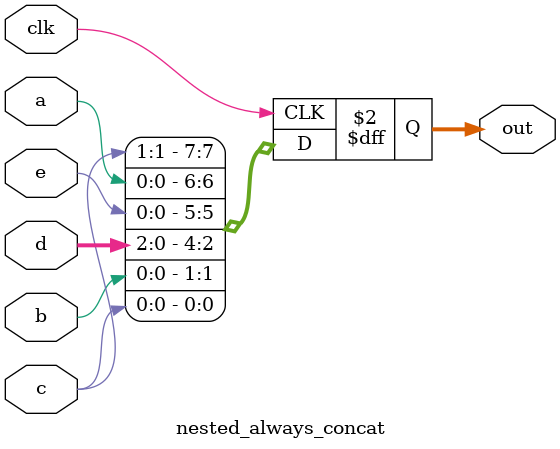
<source format=v>
module nested_always_concat(
	input clk,
	input a, 
	input b, 
	input [1:0] c,
	input [2:0] d,
	input e,
	output reg [7:0] out
);

	always @(posedge clk) begin
		out[6:1] <= {a,{e,d},b};
		out[7:7] <= c[1:1];
		out[0:0] <= c[0];
	end

endmodule
</source>
